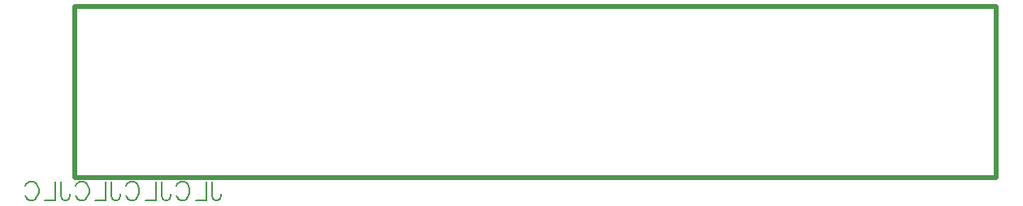
<source format=gbo>
G04 Layer: BottomSilkscreenLayer*
G04 EasyEDA v6.4.31, 2022-02-20 19:53:06*
G04 0ed3418abafd4005aecf6b74550100da,e2c35ec14d3a475c8af15a16e8970ea9,10*
G04 Gerber Generator version 0.2*
G04 Scale: 100 percent, Rotated: No, Reflected: No *
G04 Dimensions in millimeters *
G04 leading zeros omitted , absolute positions ,4 integer and 5 decimal *
%FSLAX45Y45*%
%MOMM*%

%ADD13C,0.2032*%
%ADD14C,0.5000*%

%LPD*%
D13*
X2180935Y-2284153D02*
G01*
X2180935Y-2431935D01*
X2190173Y-2459644D01*
X2199408Y-2468879D01*
X2217882Y-2478115D01*
X2236355Y-2478115D01*
X2254826Y-2468879D01*
X2264064Y-2459644D01*
X2273300Y-2431935D01*
X2273300Y-2413462D01*
X2119975Y-2284153D02*
G01*
X2119975Y-2478115D01*
X2119975Y-2478115D02*
G01*
X2009140Y-2478115D01*
X1809635Y-2330335D02*
G01*
X1818871Y-2311862D01*
X1837344Y-2293388D01*
X1855815Y-2284153D01*
X1892762Y-2284153D01*
X1911235Y-2293388D01*
X1929706Y-2311862D01*
X1938944Y-2330335D01*
X1948179Y-2358044D01*
X1948179Y-2404224D01*
X1938944Y-2431935D01*
X1929706Y-2450406D01*
X1911235Y-2468879D01*
X1892762Y-2478115D01*
X1855815Y-2478115D01*
X1837344Y-2468879D01*
X1818871Y-2450406D01*
X1809635Y-2431935D01*
X1656311Y-2284153D02*
G01*
X1656311Y-2431935D01*
X1665546Y-2459644D01*
X1674784Y-2468879D01*
X1693255Y-2478115D01*
X1711728Y-2478115D01*
X1730202Y-2468879D01*
X1739437Y-2459644D01*
X1748675Y-2431935D01*
X1748675Y-2413462D01*
X1595351Y-2284153D02*
G01*
X1595351Y-2478115D01*
X1595351Y-2478115D02*
G01*
X1484515Y-2478115D01*
X1285008Y-2330335D02*
G01*
X1294244Y-2311862D01*
X1312717Y-2293388D01*
X1331191Y-2284153D01*
X1368135Y-2284153D01*
X1386608Y-2293388D01*
X1405082Y-2311862D01*
X1414317Y-2330335D01*
X1423555Y-2358044D01*
X1423555Y-2404224D01*
X1414317Y-2431935D01*
X1405082Y-2450406D01*
X1386608Y-2468879D01*
X1368135Y-2478115D01*
X1331191Y-2478115D01*
X1312717Y-2468879D01*
X1294244Y-2450406D01*
X1285008Y-2431935D01*
X1131684Y-2284153D02*
G01*
X1131684Y-2431935D01*
X1140922Y-2459644D01*
X1150157Y-2468879D01*
X1168631Y-2478115D01*
X1187104Y-2478115D01*
X1205575Y-2468879D01*
X1214813Y-2459644D01*
X1224048Y-2431935D01*
X1224048Y-2413462D01*
X1070724Y-2284153D02*
G01*
X1070724Y-2478115D01*
X1070724Y-2478115D02*
G01*
X959888Y-2478115D01*
X760384Y-2330335D02*
G01*
X769620Y-2311862D01*
X788093Y-2293388D01*
X806564Y-2284153D01*
X843511Y-2284153D01*
X861984Y-2293388D01*
X880455Y-2311862D01*
X889693Y-2330335D01*
X898928Y-2358044D01*
X898928Y-2404224D01*
X889693Y-2431935D01*
X880455Y-2450406D01*
X861984Y-2468879D01*
X843511Y-2478115D01*
X806564Y-2478115D01*
X788093Y-2468879D01*
X769620Y-2450406D01*
X760384Y-2431935D01*
X607060Y-2284153D02*
G01*
X607060Y-2431935D01*
X616295Y-2459644D01*
X625533Y-2468879D01*
X644004Y-2478115D01*
X662477Y-2478115D01*
X680951Y-2468879D01*
X690186Y-2459644D01*
X699424Y-2431935D01*
X699424Y-2413462D01*
X546100Y-2284153D02*
G01*
X546100Y-2478115D01*
X546100Y-2478115D02*
G01*
X435264Y-2478115D01*
X235757Y-2330335D02*
G01*
X244995Y-2311862D01*
X263466Y-2293388D01*
X281939Y-2284153D01*
X318884Y-2284153D01*
X337357Y-2293388D01*
X355831Y-2311862D01*
X365066Y-2330335D01*
X374304Y-2358044D01*
X374304Y-2404224D01*
X365066Y-2431935D01*
X355831Y-2450406D01*
X337357Y-2468879D01*
X318884Y-2478115D01*
X281939Y-2478115D01*
X263466Y-2468879D01*
X244995Y-2450406D01*
X235757Y-2431935D01*
D14*
X750011Y-460502D02*
G01*
X10350017Y-460502D01*
X10350017Y-2239492D01*
X750011Y-2239492D01*
X750011Y-460502D01*
M02*

</source>
